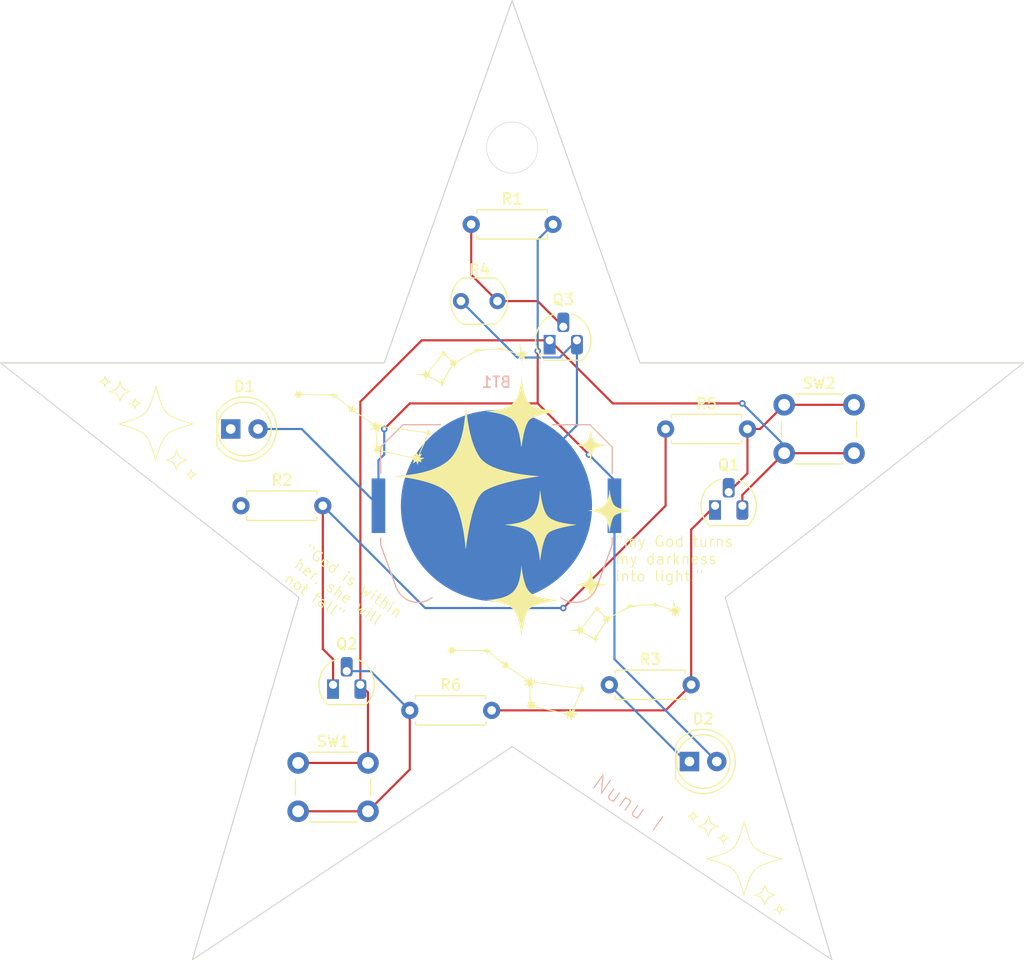
<source format=kicad_pcb>
(kicad_pcb (version 20240108) (generator "pcbnew") (generator_version "8.0")
  (layers (0 "F.Cu" signal) (31 "B.Cu" signal) (34 "B.Paste" user) (35 "F.Paste" user) (36 "B.SilkS" user "B.Silkscreen") (37 "F.SilkS" user "F.Silkscreen") (38 "B.Mask" user) (39 "F.Mask" user) (44 "Edge.Cuts" user))
  (net 0 "")
  (net 1 "Net-(BT1--)")
  (net 2 "Net-(BT1-+)")
  (net 3 "Net-(D1-K)")
  (net 4 "Net-(D2-K)")
  (net 5 "Net-(Q1-B)")
  (net 6 "Net-(Q1-C)")
  (net 7 "Net-(Q1-E)")
  (net 8 "Net-(Q2-C)")
  (net 9 "Net-(Q2-B)")
  (net 10 "Net-(Q3-B)")
  (footprint "Resistor_THT:R_Axial_DIN0207_L6.3mm_D2.5mm_P7.62mm_Horizontal" (layer "F.Cu") (at 150.01875 73.81875)
    (property "Reference" "R5" (at 3.81 -2.37 0) (layer "F.SilkS"))
    (property "Value" "4.7k")
    (pad "1" thru_hole circle (at 0 0) (size 1.6 1.6) (drill 0.8) (layers "*.Cu" "*.Mask") (net 8 "Net-(Q2-C)"))
    (pad "2" thru_hole oval (at 7.62 0) (size 1.6 1.6) (drill 0.8) (layers "*.Cu" "*.Mask") (net 5 "Net-(Q1-B)"))
  )
  (footprint "Resistor_THT:R_Axial_DIN0207_L6.3mm_D2.5mm_P7.62mm_Horizontal" (layer "F.Cu") (at 144.78 97.63125)
    (property "Reference" "R3" (at 3.81 -2.37 0) (layer "F.SilkS"))
    (property "Value" "220")
    (pad "1" thru_hole circle (at 0 0) (size 1.6 1.6) (drill 0.8) (layers "*.Cu" "*.Mask") (net 4 "Net-(D2-K)"))
    (pad "2" thru_hole oval (at 7.62 0) (size 1.6 1.6) (drill 0.8) (layers "*.Cu" "*.Mask") (net 6 "Net-(Q1-C)"))
  )
  (footprint "LOGO" (layer "F.Cu") (at 102.39375 73.81875)
    (property "Reference" "G***" (hide yes))
    (property "Value" "LOGO" (hide yes))
  )
  (footprint "LOGO" (layer "F.Cu") (at 126.20625 71.4375)
    (property "Reference" "G" (hide yes))
    (property "Value" "LOGO" (hide yes))
  )
  (footprint "Package_TO_SOT_THT:TO-92L_HandSolder" (layer "F.Cu") (at 119.0625 97.63125)
    (property "Reference" "Q2" (at 1.27 -3.8 0) (layer "F.SilkS"))
    (property "Value" "NPN")
    (pad "1" thru_hole rect (at 0 0) (size 1.1 1.8) (drill 0.75 (offset 0 0.4)) (layers "*.Cu" "*.Mask") (net 8 "Net-(Q2-C)"))
    (pad "2" thru_hole roundrect (at 1.27 -1.27) (size 1.1 1.8) (drill 0.75 (offset 0 -0.4)) (layers "*.Cu" "*.Mask") (net 9 "Net-(Q2-B)"))
    (pad "3" thru_hole roundrect (at 2.54 0) (size 1.1 1.8) (drill 0.75 (offset 0 0.4)) (layers "*.Cu" "*.Mask") (net 7 "Net-(Q1-E)"))
  )
  (footprint "Package_TO_SOT_THT:TO-92L_HandSolder" (layer "F.Cu") (at 139.22375 65.56375)
    (property "Reference" "Q3" (at 1.27 -3.8 0) (layer "F.SilkS"))
    (property "Value" "NPN")
    (pad "1" thru_hole rect (at 0 0) (size 1.1 1.8) (drill 0.75 (offset 0 0.4)) (layers "*.Cu" "*.Mask") (net 7 "Net-(Q1-E)"))
    (pad "2" thru_hole roundrect (at 1.27 -1.27) (size 1.1 1.8) (drill 0.75 (offset 0 -0.4)) (layers "*.Cu" "*.Mask") (net 10 "Net-(Q3-B)"))
    (pad "3" thru_hole roundrect (at 2.54 0) (size 1.1 1.8) (drill 0.75 (offset 0 0.4)) (layers "*.Cu" "*.Mask") (net 1 "Net-(BT1--)"))
  )
  (footprint "LED_THT:LED_D5.0mm" (layer "F.Cu") (at 152.24125 104.775)
    (property "Reference" "D2" (at 1.27 -3.96 0) (layer "F.SilkS"))
    (property "Value" "LED")
    (pad "1" thru_hole rect (at 0 0) (size 1.8 1.8) (drill 0.9) (layers "*.Cu" "*.Mask") (net 4 "Net-(D2-K)"))
    (pad "2" thru_hole circle (at 2.54 0) (size 1.8 1.8) (drill 0.9) (layers "*.Cu" "*.Mask") (net 2 "Net-(BT1-+)"))
  )
  (footprint "LOGO" (layer "F.Cu") (at 140.49375 95.25)
    (property "Reference" "G" (hide yes))
    (property "Value" "LOGO" (hide yes))
  )
  (footprint "LOGO" (layer "F.Cu") (at 157.1625 114.3)
    (property "Reference" "G***" (hide yes))
    (property "Value" "LOGO" (hide yes))
  )
  (footprint "Resistor_THT:R_Axial_DIN0207_L6.3mm_D2.5mm_P7.62mm_Horizontal" (layer "F.Cu") (at 131.92125 54.76875)
    (property "Reference" "R1" (at 3.81 -2.37 0) (layer "F.SilkS"))
    (property "Value" "47k")
    (pad "1" thru_hole circle (at 0 0) (size 1.6 1.6) (drill 0.8) (layers "*.Cu" "*.Mask") (net 10 "Net-(Q3-B)"))
    (pad "2" thru_hole oval (at 7.62 0) (size 1.6 1.6) (drill 0.8) (layers "*.Cu" "*.Mask") (net 2 "Net-(BT1-+)"))
  )
  (footprint "Button_Switch_THT:SW_PUSH_6mm" (layer "F.Cu") (at 161.05625 71.56875)
    (property "Reference" "SW2" (at 3.25 -2 0) (layer "F.SilkS"))
    (property "Value" "SW_Push")
    (pad "1" thru_hole circle (at 0 0 90) (size 2 2) (drill 1.1) (layers "*.Cu" "*.Mask") (net 5 "Net-(Q1-B)"))
    (pad "1" thru_hole circle (at 6.5 0 90) (size 2 2) (drill 1.1) (layers "*.Cu" "*.Mask") (net 5 "Net-(Q1-B)"))
    (pad "2" thru_hole circle (at 0 4.5 90) (size 2 2) (drill 1.1) (layers "*.Cu" "*.Mask") (net 7 "Net-(Q1-E)"))
    (pad "2" thru_hole circle (at 6.5 4.5 90) (size 2 2) (drill 1.1) (layers "*.Cu" "*.Mask") (net 7 "Net-(Q1-E)"))
  )
  (footprint "Resistor_THT:R_Axial_DIN0207_L6.3mm_D2.5mm_P7.62mm_Horizontal" (layer "F.Cu") (at 126.20625 100.0125)
    (property "Reference" "R6" (at 3.81 -2.37 0) (layer "F.SilkS"))
    (property "Value" "4.7k")
    (pad "1" thru_hole circle (at 0 0) (size 1.6 1.6) (drill 0.8) (layers "*.Cu" "*.Mask") (net 9 "Net-(Q2-B)"))
    (pad "2" thru_hole oval (at 7.62 0) (size 1.6 1.6) (drill 0.8) (layers "*.Cu" "*.Mask") (net 6 "Net-(Q1-C)"))
  )
  (footprint "OptoDevice:R_LDR_5.1x4.3mm_P3.4mm_Vertical" (layer "F.Cu") (at 130.96875 61.9125)
    (property "Reference" "R4" (at 1.7 -2.9 0) (layer "F.SilkS"))
    (property "Value" "R_Photo")
    (pad "1" thru_hole circle (at 0 0) (size 1.5 1.5) (drill 0.8) (layers "*.Cu" "*.Mask") (net 1 "Net-(BT1--)"))
    (pad "2" thru_hole circle (at 3.4 0) (size 1.5 1.5) (drill 0.8) (layers "*.Cu" "*.Mask") (net 10 "Net-(Q3-B)"))
  )
  (footprint "Resistor_THT:R_Axial_DIN0207_L6.3mm_D2.5mm_P7.62mm_Horizontal" (layer "F.Cu") (at 110.49 80.9625)
    (property "Reference" "R2" (at 3.81 -2.38125 0) (layer "F.SilkS"))
    (property "Value" "220")
    (pad "1" thru_hole circle (at 0 0) (size 1.6 1.6) (drill 0.8) (layers "*.Cu" "*.Mask") (net 3 "Net-(D1-K)"))
    (pad "2" thru_hole oval (at 7.62 0) (size 1.6 1.6) (drill 0.8) (layers "*.Cu" "*.Mask") (net 8 "Net-(Q2-C)"))
  )
  (footprint "Button_Switch_THT:SW_PUSH_6mm" (layer "F.Cu") (at 115.8125 104.90625)
    (property "Reference" "SW1" (at 3.25 -2 0) (layer "F.SilkS"))
    (property "Value" "SW_Push")
    (pad "1" thru_hole circle (at 0 0 90) (size 2 2) (drill 1.1) (layers "*.Cu" "*.Mask") (net 7 "Net-(Q1-E)"))
    (pad "1" thru_hole circle (at 6.5 0 90) (size 2 2) (drill 1.1) (layers "*.Cu" "*.Mask") (net 7 "Net-(Q1-E)"))
    (pad "2" thru_hole circle (at 0 4.5 90) (size 2 2) (drill 1.1) (layers "*.Cu" "*.Mask") (net 9 "Net-(Q2-B)"))
    (pad "2" thru_hole circle (at 6.5 4.5 90) (size 2 2) (drill 1.1) (layers "*.Cu" "*.Mask") (net 9 "Net-(Q2-B)"))
  )
  (footprint "LOGO" (layer "F.Cu") (at 135.73125 80.9625)
    (property "Reference" "G***" (hide yes))
    (property "Value" "LOGO" (hide yes))
  )
  (footprint "Package_TO_SOT_THT:TO-92L_HandSolder" (layer "F.Cu") (at 154.6225 80.9625)
    (property "Reference" "Q1" (at 1.27 -3.8 0) (layer "F.SilkS"))
    (property "Value" "NPN")
    (pad "1" thru_hole rect (at 0 0) (size 1.1 1.8) (drill 0.75 (offset 0 0.4)) (layers "*.Cu" "*.Mask") (net 6 "Net-(Q1-C)"))
    (pad "2" thru_hole roundrect (at 1.27 -1.27) (size 1.1 1.8) (drill 0.75 (offset 0 -0.4)) (layers "*.Cu" "*.Mask") (net 5 "Net-(Q1-B)"))
    (pad "3" thru_hole roundrect (at 2.54 0) (size 1.1 1.8) (drill 0.75 (offset 0 0.4)) (layers "*.Cu" "*.Mask") (net 7 "Net-(Q1-E)"))
  )
  (footprint "LED_THT:LED_D5.0mm" (layer "F.Cu") (at 109.5375 73.81875)
    (property "Reference" "D1" (at 1.27 -3.96 0) (layer "F.SilkS"))
    (property "Value" "LED")
    (pad "1" thru_hole rect (at 0 0) (size 1.8 1.8) (drill 0.9) (layers "*.Cu" "*.Mask") (net 3 "Net-(D1-K)"))
    (pad "2" thru_hole circle (at 2.54 0) (size 1.8 1.8) (drill 0.9) (layers "*.Cu" "*.Mask") (net 2 "Net-(BT1-+)"))
  )
  (footprint "Battery:BatteryHolder_Keystone_3034_1x20mm" (layer "B.Cu") (at 134.27125 80.9625 180)
    (property "Reference" "BT1" (at 0 11.5 0) (layer "B.SilkS") (effects (justify mirror)))
    (property "Value" "Battery_Cell")
    (pad "1" smd rect (at -10.985 0 180) (size 1.27 5.08) (layers "B.Cu" "B.Paste" "B.Mask") (net 2 "Net-(BT1-+)"))
    (pad "1" smd rect (at 10.985 0 180) (size 1.27 5.08) (layers "B.Cu" "B.Paste" "B.Mask") (net 2 "Net-(BT1-+)"))
    (pad "2" smd circle (at 0 0 180) (size 17.8 17.8) (layers "B.Cu" "B.Mask") (net 1 "Net-(BT1--)"))
  )
  (gr_circle (center 135.73125 47.625) (end 138.1125 47.625) (stroke (width 0.05)) (fill none) (layer "Edge.Cuts"))
  (gr_poly (pts (xy 147.637498 67.66719) (xy 183.356248 67.66719) (xy 155.575 89.495313) (xy 165.496873 123.229686) (xy 135.731248 103.38594) (xy 105.965626 123.229686) (xy 115.887502 89.495313) (xy 88.106252 67.66719) (xy 123.825001 67.66719) (xy 135.731248 33.932815)) (stroke (width 0.1)) (fill none) (layer "Edge.Cuts"))
  (gr_text "Nunu I" (at 142.875 107.15625 325) (layer "B.SilkS") (effects (font (size 1.5 1.5) (thickness 0.1)) (justify left bottom)))
  (gr_text "{dblquote}my God turns\nmy darkness \ninto light.{dblquote}" (at 145.25625 88.10625 0) (layer "F.SilkS") (effects (font (size 1 1) (thickness 0.1)) (justify left bottom)))
  (gr_text "{dblquote}God is within \nher, she will\nnot fall{dblquote}" (at 114.3 88 325) (layer "F.SilkS") (effects (font (size 1 1) (thickness 0.1)) (justify left bottom)))
  (segment (start 141.76375 65.56375) (end 140.16375 67.16375) (width 0.2) (layer "B.Cu") (net 1))
  (segment (start 140.16375 67.16375) (end 136.22 67.16375) (width 0.2) (layer "B.Cu") (net 1))
  (segment (start 134.27125 80.9625) (end 141.76375 73.47) (width 0.2) (layer "B.Cu") (net 1))
  (segment (start 136.22 67.16375) (end 130.96875 61.9125) (width 0.2) (layer "B.Cu") (net 1))
  (segment (start 141.76375 73.47) (end 141.76375 65.56375) (width 0.2) (layer "B.Cu") (net 1))
  (segment (start 138.1125 66.56375) (end 138.1125 71.4375) (width 0.2) (layer "F.Cu") (net 2))
  (segment (start 126.20625 71.4375) (end 123.825 73.81875) (width 0.2) (layer "F.Cu") (net 2))
  (segment (start 142.875 76.2) (end 138.1125 71.4375) (width 0.2) (layer "F.Cu") (net 2))
  (segment (start 138.1125 71.4375) (end 126.20625 71.4375) (width 0.2) (layer "F.Cu") (net 2))
  (via (at 138.1125 66.56375) (size 0.6) (drill 0.3) (layers "F.Cu" "B.Cu") (net 2))
  (via (at 123.825 73.81875) (size 0.6) (drill 0.3) (layers "F.Cu" "B.Cu") (net 2))
  (via (at 142.875 76.2) (size 0.6) (drill 0.3) (layers "F.Cu" "B.Cu") (net 2))
  (segment (start 145.25625 80.9625) (end 145.25625 95.25) (width 0.2) (layer "B.Cu") (net 2))
  (segment (start 139.54125 54.76875) (end 138.1125 56.1975) (width 0.2) (layer "B.Cu") (net 2))
  (segment (start 123.28625 76.73875) (end 123.28625 80.9625) (width 0.2) (layer "B.Cu") (net 2))
  (segment (start 123.825 73.81875) (end 123.825 76.2) (width 0.2) (layer "B.Cu") (net 2))
  (segment (start 145.25625 95.25) (end 154.78125 104.775) (width 0.2) (layer "B.Cu") (net 2))
  (segment (start 116.1425 73.81875) (end 112.0775 73.81875) (width 0.2) (layer "B.Cu") (net 2))
  (segment (start 138.1125 56.1975) (end 138.1125 66.56375) (width 0.2) (layer "B.Cu") (net 2))
  (segment (start 123.825 76.2) (end 123.28625 76.73875) (width 0.2) (layer "B.Cu") (net 2))
  (segment (start 145.25625 78.58125) (end 142.875 76.2) (width 0.2) (layer "B.Cu") (net 2))
  (segment (start 145.25625 80.9625) (end 145.25625 78.58125) (width 0.2) (layer "B.Cu") (net 2))
  (segment (start 123.28625 80.9625) (end 116.1425 73.81875) (width 0.2) (layer "B.Cu") (net 2))
  (segment (start 144.78 97.63125) (end 151.92375 104.775) (width 0.2) (layer "B.Cu") (net 4))
  (segment (start 151.92375 104.775) (end 152.24125 104.775) (width 0.2) (layer "B.Cu") (net 4))
  (segment (start 157.63875 77.94625) (end 155.8925 79.6925) (width 0.2) (layer "F.Cu") (net 5))
  (segment (start 158.80625 73.81875) (end 157.63875 73.81875) (width 0.2) (layer "F.Cu") (net 5))
  (segment (start 167.55625 71.56875) (end 161.05625 71.56875) (width 0.2) (layer "F.Cu") (net 5))
  (segment (start 161.05625 71.56875) (end 158.80625 73.81875) (width 0.2) (layer "F.Cu") (net 5))
  (segment (start 157.63875 73.81875) (end 157.63875 77.94625) (width 0.2) (layer "F.Cu") (net 5))
  (segment (start 152.4 97.63125) (end 152.4 83.185) (width 0.2) (layer "F.Cu") (net 6))
  (segment (start 150.01875 100.0125) (end 152.4 97.63125) (width 0.2) (layer "F.Cu") (net 6))
  (segment (start 152.4 83.185) (end 154.6225 80.9625) (width 0.2) (layer "F.Cu") (net 6))
  (segment (start 133.82625 100.0125) (end 150.01875 100.0125) (width 0.2) (layer "F.Cu") (net 6))
  (segment (start 121.6025 97.63125) (end 122.3125 98.34125) (width 0.2) (layer "F.Cu") (net 7))
  (segment (start 121.6025 71.27875) (end 121.6025 97.63125) (width 0.2) (layer "F.Cu") (net 7))
  (segment (start 127.3175 65.56375) (end 121.6025 71.27875) (width 0.2) (layer "F.Cu") (net 7))
  (segment (start 157.1625 79.9625) (end 161.05625 76.06875) (width 0.2) (layer "F.Cu") (net 7))
  (segment (start 122.3125 104.90625) (end 115.8125 104.90625) (width 0.2) (layer "F.Cu") (net 7))
  (segment (start 139.22375 65.56375) (end 127.3175 65.56375) (width 0.2) (layer "F.Cu") (net 7))
  (segment (start 122.3125 98.34125) (end 122.3125 104.90625) (width 0.2) (layer "F.Cu") (net 7))
  (segment (start 161.05625 76.06875) (end 167.55625 76.06875) (width 0.2) (layer "F.Cu") (net 7))
  (segment (start 139.22375 65.56375) (end 145.0975 71.4375) (width 0.2) (layer "F.Cu") (net 7))
  (segment (start 145.0975 71.4375) (end 157.1625 71.4375) (width 0.2) (layer "F.Cu") (net 7))
  (segment (start 157.1625 80.9625) (end 157.1625 79.9625) (width 0.2) (layer "F.Cu") (net 7))
  (via (at 157.1625 71.4375) (size 0.6) (drill 0.3) (layers "F.Cu" "B.Cu") (net 7))
  (segment (start 157.1625 71.4375) (end 161.05625 75.33125) (width 0.2) (layer "B.Cu") (net 7))
  (segment (start 161.05625 75.33125) (end 161.05625 76.06875) (width 0.2) (layer "B.Cu") (net 7))
  (segment (start 119.0625 95.25) (end 118.11 94.2975) (width 0.2) (layer "F.Cu") (net 8))
  (segment (start 119.0625 97.63125) (end 119.0625 95.25) (width 0.2) (layer "F.Cu") (net 8))
  (segment (start 150.01875 80.9625) (end 150.01875 73.81875) (width 0.2) (layer "F.Cu") (net 8))
  (segment (start 140.49375 90.4875) (end 150.01875 80.9625) (width 0.2) (layer "F.Cu") (net 8))
  (segment (start 118.11 94.2975) (end 118.11 80.9625) (width 0.2) (layer "F.Cu") (net 8))
  (via (at 140.49375 90.4875) (size 0.6) (drill 0.3) (layers "F.Cu" "B.Cu") (net 8))
  (segment (start 118.11 80.9625) (end 127.635 90.4875) (width 0.2) (layer "B.Cu") (net 8))
  (segment (start 127.635 90.4875) (end 140.49375 90.4875) (width 0.2) (layer "B.Cu") (net 8))
  (segment (start 126.20625 105.5125) (end 126.20625 100.0125) (width 0.2) (layer "F.Cu") (net 9))
  (segment (start 115.8125 109.40625) (end 122.3125 109.40625) (width 0.2) (layer "F.Cu") (net 9))
  (segment (start 122.3125 109.40625) (end 126.20625 105.5125) (width 0.2) (layer "F.Cu") (net 9))
  (segment (start 122.555 96.36125) (end 120.3325 96.36125) (width 0.2) (layer "B.Cu") (net 9))
  (segment (start 126.20625 100.0125) (end 122.555 96.36125) (width 0.2) (layer "B.Cu") (net 9))
  (segment (start 138.1125 61.9125) (end 140.49375 64.29375) (width 0.2) (layer "F.Cu") (net 10))
  (segment (start 131.92125 54.76875) (end 131.92125 59.465) (width 0.2) (layer "F.Cu") (net 10))
  (segment (start 134.36875 61.9125) (end 138.1125 61.9125) (width 0.2) (layer "F.Cu") (net 10))
  (segment (start 131.92125 59.465) (end 134.36875 61.9125) (width 0.2) (layer "F.Cu") (net 10))
)
</source>
